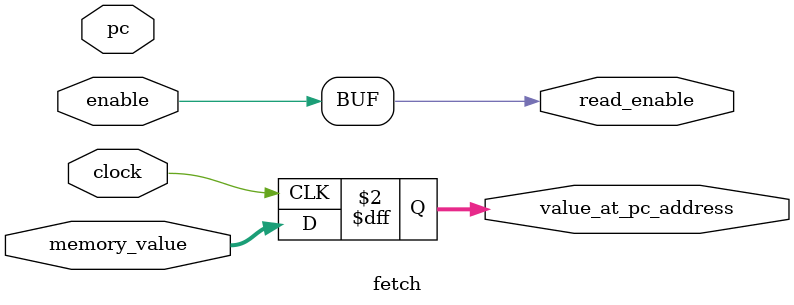
<source format=v>
module fetch(
   input             clock,
   input             enable,
   input      [31:0] pc,
   output reg [31:0] value_at_pc_address,
   output            read_enable,
   input      [31:0] memory_value);

   always @(posedge clock) begin
      value_at_pc_address <= memory_value;
   end

   assign read_enable = enable;
   
endmodule

</source>
